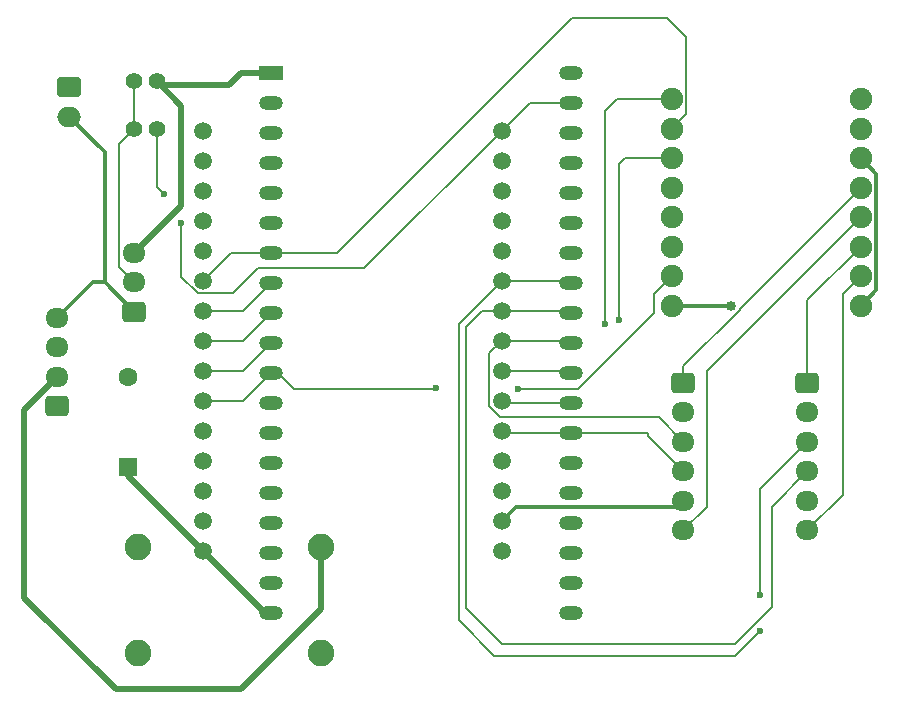
<source format=gbr>
%TF.GenerationSoftware,KiCad,Pcbnew,9.0.6*%
%TF.CreationDate,2026-01-05T22:13:59+01:00*%
%TF.ProjectId,Robofetz Mainboard,526f626f-6665-4747-9a20-4d61696e626f,rev?*%
%TF.SameCoordinates,Original*%
%TF.FileFunction,Copper,L1,Top*%
%TF.FilePolarity,Positive*%
%FSLAX46Y46*%
G04 Gerber Fmt 4.6, Leading zero omitted, Abs format (unit mm)*
G04 Created by KiCad (PCBNEW 9.0.6) date 2026-01-05 22:13:59*
%MOMM*%
%LPD*%
G01*
G04 APERTURE LIST*
G04 Aperture macros list*
%AMRoundRect*
0 Rectangle with rounded corners*
0 $1 Rounding radius*
0 $2 $3 $4 $5 $6 $7 $8 $9 X,Y pos of 4 corners*
0 Add a 4 corners polygon primitive as box body*
4,1,4,$2,$3,$4,$5,$6,$7,$8,$9,$2,$3,0*
0 Add four circle primitives for the rounded corners*
1,1,$1+$1,$2,$3*
1,1,$1+$1,$4,$5*
1,1,$1+$1,$6,$7*
1,1,$1+$1,$8,$9*
0 Add four rect primitives between the rounded corners*
20,1,$1+$1,$2,$3,$4,$5,0*
20,1,$1+$1,$4,$5,$6,$7,0*
20,1,$1+$1,$6,$7,$8,$9,0*
20,1,$1+$1,$8,$9,$2,$3,0*%
G04 Aperture macros list end*
%TA.AperFunction,ComponentPad*%
%ADD10R,2.000000X1.200000*%
%TD*%
%TA.AperFunction,ComponentPad*%
%ADD11O,2.000000X1.200000*%
%TD*%
%TA.AperFunction,ComponentPad*%
%ADD12RoundRect,0.250000X0.725000X-0.600000X0.725000X0.600000X-0.725000X0.600000X-0.725000X-0.600000X0*%
%TD*%
%TA.AperFunction,ComponentPad*%
%ADD13O,1.950000X1.700000*%
%TD*%
%TA.AperFunction,ComponentPad*%
%ADD14RoundRect,0.250000X-0.725000X0.600000X-0.725000X-0.600000X0.725000X-0.600000X0.725000X0.600000X0*%
%TD*%
%TA.AperFunction,ComponentPad*%
%ADD15C,2.250000*%
%TD*%
%TA.AperFunction,ComponentPad*%
%ADD16RoundRect,0.250000X0.550000X-0.550000X0.550000X0.550000X-0.550000X0.550000X-0.550000X-0.550000X0*%
%TD*%
%TA.AperFunction,ComponentPad*%
%ADD17C,1.600000*%
%TD*%
%TA.AperFunction,ComponentPad*%
%ADD18C,1.400000*%
%TD*%
%TA.AperFunction,ComponentPad*%
%ADD19C,1.500000*%
%TD*%
%TA.AperFunction,ComponentPad*%
%ADD20RoundRect,0.250000X-0.750000X0.600000X-0.750000X-0.600000X0.750000X-0.600000X0.750000X0.600000X0*%
%TD*%
%TA.AperFunction,ComponentPad*%
%ADD21O,2.000000X1.700000*%
%TD*%
%TA.AperFunction,ComponentPad*%
%ADD22C,1.905000*%
%TD*%
%TA.AperFunction,ViaPad*%
%ADD23C,0.850000*%
%TD*%
%TA.AperFunction,ViaPad*%
%ADD24C,0.600000*%
%TD*%
%TA.AperFunction,Conductor*%
%ADD25C,0.200000*%
%TD*%
%TA.AperFunction,Conductor*%
%ADD26C,0.300000*%
%TD*%
%TA.AperFunction,Conductor*%
%ADD27C,0.500000*%
%TD*%
G04 APERTURE END LIST*
D10*
%TO.P,U5,1,3V3*%
%TO.N,Supply 3.3V*%
X110103680Y-83282720D03*
D11*
%TO.P,U5,2,CHIP_PU*%
%TO.N,unconnected-(U5-CHIP_PU-Pad2)*%
X110103680Y-85822720D03*
%TO.P,U5,3,SENSOR_VP/GPIO36/ADC1_CH0*%
%TO.N,unconnected-(U5-SENSOR_VP{slash}GPIO36{slash}ADC1_CH0-Pad3)*%
X110103680Y-88362720D03*
%TO.P,U5,4,SENSOR_VN/GPIO39/ADC1_CH3*%
%TO.N,unconnected-(U5-SENSOR_VN{slash}GPIO39{slash}ADC1_CH3-Pad4)*%
X110103680Y-90902720D03*
%TO.P,U5,5,VDET_1/GPIO34/ADC1_CH6*%
%TO.N,unconnected-(U5-VDET_1{slash}GPIO34{slash}ADC1_CH6-Pad5)*%
X110103680Y-93442720D03*
%TO.P,U5,6,VDET_2/GPIO35/ADC1_CH7*%
%TO.N,unconnected-(U5-VDET_2{slash}GPIO35{slash}ADC1_CH7-Pad6)*%
X110103680Y-95982720D03*
%TO.P,U5,7,32K_XP/GPIO32/ADC1_CH4*%
%TO.N,Motor1 CW*%
X110103680Y-98522720D03*
%TO.P,U5,8,32K_XN/GPIO33/ADC1_CH5*%
%TO.N,STBY*%
X110103680Y-101062720D03*
%TO.P,U5,9,DAC_1/ADC2_CH8/GPIO25*%
%TO.N,Motor2 CW*%
X110103680Y-103602720D03*
%TO.P,U5,10,DAC_2/ADC2_CH9/GPIO26*%
%TO.N,Motor2 CCW*%
X110103680Y-106142720D03*
%TO.P,U5,11,ADC2_CH7/GPIO27*%
%TO.N,Motor 2 PWM*%
X110103680Y-108682720D03*
%TO.P,U5,12,MTMS/GPIO14/ADC2_CH6*%
%TO.N,unconnected-(U5-MTMS{slash}GPIO14{slash}ADC2_CH6-Pad12)*%
X110103680Y-111222720D03*
%TO.P,U5,13,MTDI/GPIO12/ADC2_CH5*%
%TO.N,unconnected-(U5-MTDI{slash}GPIO12{slash}ADC2_CH5-Pad13)*%
X110103680Y-113762720D03*
%TO.P,U5,14,GND*%
%TO.N,GND*%
X110103680Y-116302720D03*
%TO.P,U5,15,MTCK/GPIO13/ADC2_CH4*%
%TO.N,unconnected-(U5-MTCK{slash}GPIO13{slash}ADC2_CH4-Pad15)*%
X110103680Y-118842720D03*
%TO.P,U5,16,SD_DATA2/GPIO9*%
%TO.N,unconnected-(U5-SD_DATA2{slash}GPIO9-Pad16)*%
X110103680Y-121382720D03*
%TO.P,U5,17,SD_DATA3/GPIO10*%
%TO.N,unconnected-(U5-SD_DATA3{slash}GPIO10-Pad17)*%
X110103680Y-123922720D03*
%TO.P,U5,18,CMD*%
%TO.N,unconnected-(U5-CMD-Pad18)*%
X110103680Y-126462720D03*
%TO.P,U5,19,5V*%
%TO.N,Supply 5V ESP*%
X110103680Y-129002720D03*
%TO.P,U5,20,SD_CLK/GPIO6*%
%TO.N,unconnected-(U5-SD_CLK{slash}GPIO6-Pad20)*%
X135500000Y-129000000D03*
%TO.P,U5,21,SD_DATA0/GPIO7*%
%TO.N,unconnected-(U5-SD_DATA0{slash}GPIO7-Pad21)*%
X135500000Y-126460000D03*
%TO.P,U5,22,SD_DATA1/GPIO8*%
%TO.N,unconnected-(U5-SD_DATA1{slash}GPIO8-Pad22)*%
X135503680Y-123922720D03*
%TO.P,U5,23,MTDO/GPIO15/ADC2_CH3*%
%TO.N,unconnected-(U5-MTDO{slash}GPIO15{slash}ADC2_CH3-Pad23)*%
X135503680Y-121382720D03*
%TO.P,U5,24,ADC2_CH2/GPIO2*%
%TO.N,unconnected-(U5-ADC2_CH2{slash}GPIO2-Pad24)*%
X135503680Y-118842720D03*
%TO.P,U5,25,GPIO0/BOOT/ADC2_CH1*%
%TO.N,unconnected-(U5-GPIO0{slash}BOOT{slash}ADC2_CH1-Pad25)*%
X135503680Y-116302720D03*
%TO.P,U5,26,ADC2_CH0/GPIO4*%
%TO.N,Encoder R1*%
X135503680Y-113762720D03*
%TO.P,U5,27,GPIO16*%
%TO.N,Motor1 CCW*%
X135503680Y-111222720D03*
%TO.P,U5,28,GPIO17*%
%TO.N,Motor 1 PWM*%
X135503680Y-108682720D03*
%TO.P,U5,29,GPIO5*%
%TO.N,Encoder R2*%
X135503680Y-106142720D03*
%TO.P,U5,30,GPIO18*%
%TO.N,Encoder L1*%
X135503680Y-103602720D03*
%TO.P,U5,31,GPIO19*%
%TO.N,Encoder L2*%
X135503680Y-101062720D03*
%TO.P,U5,32,GND*%
%TO.N,GND*%
X135503680Y-98522720D03*
%TO.P,U5,33,GPIO21*%
%TO.N,unconnected-(U5-GPIO21-Pad33)*%
X135503680Y-95982720D03*
%TO.P,U5,34,U0RXD/GPIO3*%
%TO.N,unconnected-(U5-U0RXD{slash}GPIO3-Pad34)*%
X135503680Y-93442720D03*
%TO.P,U5,35,U0TXD/GPIO1*%
%TO.N,unconnected-(U5-U0TXD{slash}GPIO1-Pad35)*%
X135503680Y-90902720D03*
%TO.P,U5,36,GPIO22*%
%TO.N,unconnected-(U5-GPIO22-Pad36)*%
X135503680Y-88362720D03*
%TO.P,U5,37,GPIO23*%
%TO.N,WPN Control*%
X135503680Y-85822720D03*
%TO.P,U5,38,GND*%
%TO.N,GND*%
X135503680Y-83282720D03*
%TD*%
D12*
%TO.P,J7,1,Pin_1*%
%TO.N,Net-(D1-A)*%
X92000000Y-111500000D03*
D13*
%TO.P,J7,2,Pin_2*%
%TO.N,Supply 5V*%
X92000000Y-109000000D03*
%TO.P,J7,3,Pin_3*%
X92000000Y-106500000D03*
%TO.P,J7,4,Pin_4*%
%TO.N,GND*%
X92000000Y-104000000D03*
%TD*%
D14*
%TO.P,J5,1,Pin_1*%
%TO.N,Motor 2 - 2*%
X155500000Y-109500000D03*
D13*
%TO.P,J5,2,Pin_2*%
%TO.N,Supply 3.3V*%
X155500000Y-112000000D03*
%TO.P,J5,3,Pin_3*%
%TO.N,Encoder L2*%
X155500000Y-114500000D03*
%TO.P,J5,4,Pin_4*%
%TO.N,Encoder L1*%
X155500000Y-117000000D03*
%TO.P,J5,5,Pin_5*%
%TO.N,GND*%
X155500000Y-119500000D03*
%TO.P,J5,6,Pin_6*%
%TO.N,Motor 2 - 1*%
X155500000Y-122000000D03*
%TD*%
D15*
%TO.P,U2,1,IN+*%
%TO.N,Supply 16V*%
X98800000Y-123390000D03*
%TO.P,U2,2,IN-*%
%TO.N,GND*%
X98800000Y-132390000D03*
%TO.P,U2,3,OUT+*%
%TO.N,Supply 5V*%
X114300000Y-123390000D03*
%TO.P,U2,4,OUT-*%
%TO.N,GND*%
X114300000Y-132390000D03*
%TD*%
D16*
%TO.P,D1,1,K*%
%TO.N,Supply 5V ESP*%
X98000000Y-116620000D03*
D17*
%TO.P,D1,2,A*%
%TO.N,Net-(D1-A)*%
X98000000Y-109000000D03*
%TD*%
D18*
%TO.P,R1,1*%
%TO.N,WPN Control*%
X100400000Y-88000000D03*
%TO.P,R1,2*%
%TO.N,Net-(J6-Pin_2)*%
X98500000Y-88000000D03*
%TD*%
D12*
%TO.P,J6,1,Pin_1*%
%TO.N,GND*%
X98500000Y-103500000D03*
D13*
%TO.P,J6,2,Pin_2*%
%TO.N,Net-(J6-Pin_2)*%
X98500000Y-101000000D03*
%TO.P,J6,3,Pin_3*%
%TO.N,Supply 3.3V*%
X98500000Y-98500000D03*
%TD*%
D19*
%TO.P,U4,0,VIN*%
%TO.N,Supply 5V ESP*%
X104353680Y-123752720D03*
%TO.P,U4,1,GND*%
%TO.N,GND*%
X104353680Y-121212720D03*
%TO.P,U4,2,3.3V*%
%TO.N,Supply 3.3V*%
X129603680Y-123752720D03*
%TO.P,U4,3,GND*%
%TO.N,GND*%
X129619614Y-121192322D03*
%TO.P,U4,4,EN*%
%TO.N,unconnected-(U4-EN-Pad4)*%
X104353680Y-88192720D03*
%TO.P,U4,5,GPIO36*%
%TO.N,unconnected-(U4-GPIO36-Pad5)*%
X104353680Y-90732720D03*
%TO.P,U4,8,GPIO39*%
%TO.N,unconnected-(U4-GPIO39-Pad8)*%
X104353680Y-93272720D03*
%TO.P,U4,10,GPIO34*%
%TO.N,unconnected-(U4-GPIO34-Pad10)*%
X104353680Y-95812720D03*
%TO.P,U4,11,GPIO35*%
%TO.N,unconnected-(U4-GPIO35-Pad11)*%
X104353680Y-98352720D03*
%TO.P,U4,12,GPIO32*%
%TO.N,Motor1 CW*%
X104353680Y-100892720D03*
%TO.P,U4,13,GPIO33*%
%TO.N,STBY*%
X104353680Y-103432720D03*
%TO.P,U4,14,GPIO25*%
%TO.N,Motor2 CW*%
X104353680Y-105972720D03*
%TO.P,U4,15,GPIO26*%
%TO.N,Motor2 CCW*%
X104353680Y-108512720D03*
%TO.P,U4,16,GPIO27*%
%TO.N,Motor 2 PWM*%
X104353680Y-111052720D03*
%TO.P,U4,17,GPIO14*%
%TO.N,unconnected-(U4-GPIO14-Pad17)*%
X104353680Y-113592720D03*
%TO.P,U4,18,GPIO12*%
%TO.N,unconnected-(U4-GPIO12-Pad18)*%
X104353680Y-116132720D03*
%TO.P,U4,20,GPIO13*%
%TO.N,unconnected-(U4-GPIO13-Pad20)*%
X104353680Y-118672720D03*
%TO.P,U4,21,GPIO15*%
%TO.N,unconnected-(U4-GPIO15-Pad21)*%
X129619614Y-118652322D03*
%TO.P,U4,22,GPIO2*%
%TO.N,unconnected-(U4-GPIO2-Pad22)*%
X129619614Y-116112322D03*
%TO.P,U4,24,GPIO4*%
%TO.N,Encoder R1*%
X129619614Y-113572322D03*
%TO.P,U4,25,GPIO16*%
%TO.N,Motor1 CCW*%
X129619614Y-111032322D03*
%TO.P,U4,27,GPIO17*%
%TO.N,Motor 1 PWM*%
X129619614Y-108492322D03*
%TO.P,U4,34,GPIO5*%
%TO.N,Encoder R2*%
X129619614Y-105952322D03*
%TO.P,U4,35,GPIO18*%
%TO.N,Encoder L1*%
X129619614Y-103412322D03*
%TO.P,U4,36,GPIO23*%
%TO.N,WPN Control*%
X129619614Y-88172322D03*
%TO.P,U4,38,GPIO19*%
%TO.N,Encoder L2*%
X129619614Y-100872322D03*
%TO.P,U4,39,GPIO22*%
%TO.N,unconnected-(U4-GPIO22-Pad39)*%
X129619614Y-90712322D03*
%TO.P,U4,40,GPIO3*%
%TO.N,unconnected-(U4-GPIO3-Pad40)*%
X129619614Y-95792322D03*
%TO.P,U4,41,GPIO1*%
%TO.N,unconnected-(U4-GPIO1-Pad41)*%
X129619614Y-93252322D03*
%TO.P,U4,42,GPIO21*%
%TO.N,unconnected-(U4-GPIO21-Pad42)*%
X129619614Y-98332322D03*
%TD*%
D18*
%TO.P,R2,1*%
%TO.N,Supply 3.3V*%
X100405000Y-84000000D03*
%TO.P,R2,2*%
%TO.N,Net-(J6-Pin_2)*%
X98505000Y-84000000D03*
%TD*%
D20*
%TO.P,J2,1,Pin_1*%
%TO.N,Supply 16V*%
X93000000Y-84500000D03*
D21*
%TO.P,J2,2,Pin_2*%
%TO.N,GND*%
X93000000Y-87000000D03*
%TD*%
D14*
%TO.P,J4,1,Pin_1*%
%TO.N,Motor 1 - 1*%
X145000000Y-109500000D03*
D13*
%TO.P,J4,2,Pin_2*%
%TO.N,Supply 3.3V*%
X145000000Y-112000000D03*
%TO.P,J4,3,Pin_3*%
%TO.N,Encoder R2*%
X145000000Y-114500000D03*
%TO.P,J4,4,Pin_4*%
%TO.N,Encoder R1*%
X145000000Y-117000000D03*
%TO.P,J4,5,Pin_5*%
%TO.N,GND*%
X145000000Y-119500000D03*
%TO.P,J4,6,Pin_6*%
%TO.N,Motor 1 - 2*%
X145000000Y-122000000D03*
%TD*%
D22*
%TO.P,U3,1,VM*%
%TO.N,Supply 16V*%
X160000000Y-85500000D03*
%TO.P,U3,2,VCC*%
%TO.N,Supply 3.3V*%
X160000000Y-88000000D03*
%TO.P,U3,3,GND*%
%TO.N,GND*%
X160000000Y-90500000D03*
%TO.P,U3,4,A01*%
%TO.N,Motor 1 - 1*%
X160000000Y-93000000D03*
%TO.P,U3,5,A02*%
%TO.N,Motor 1 - 2*%
X160000000Y-95500000D03*
%TO.P,U3,6,B02*%
%TO.N,Motor 2 - 2*%
X160000000Y-98000000D03*
%TO.P,U3,7,B01*%
%TO.N,Motor 2 - 1*%
X160000000Y-100500000D03*
%TO.P,U3,8,GND*%
%TO.N,GND*%
X160000000Y-103000000D03*
%TO.P,U3,9,GND*%
X144000000Y-103000000D03*
%TO.P,U3,10,PWMB*%
%TO.N,Motor 2 PWM*%
X144000000Y-100500000D03*
%TO.P,U3,11,BI2*%
%TO.N,Motor2 CCW*%
X144000000Y-98000000D03*
%TO.P,U3,12,BI1*%
%TO.N,Motor2 CW*%
X144000000Y-95500000D03*
%TO.P,U3,13,STBY*%
%TO.N,STBY*%
X144000000Y-93000000D03*
%TO.P,U3,14,AI1*%
%TO.N,Motor1 CCW*%
X144000000Y-90500000D03*
%TO.P,U3,15,AI2*%
%TO.N,Motor1 CW*%
X144000000Y-88000000D03*
%TO.P,U3,16,PWMA*%
%TO.N,Motor 1 PWM*%
X144000000Y-85500000D03*
%TD*%
D23*
%TO.N,GND*%
X149000000Y-103000000D03*
D24*
%TO.N,Motor 2 PWM*%
X124018678Y-109981322D03*
X131000000Y-110000000D03*
%TO.N,Encoder L2*%
X151500000Y-130500000D03*
X151500000Y-127500000D03*
%TO.N,WPN Control*%
X101000000Y-93500000D03*
X102500000Y-96000000D03*
%TO.N,Motor 1 PWM*%
X138400000Y-104500000D03*
%TO.N,Motor1 CCW*%
X139558820Y-104208280D03*
%TD*%
D25*
%TO.N,Encoder R2*%
X135313282Y-105952322D02*
X135503680Y-106142720D01*
X129619614Y-105952322D02*
X135313282Y-105952322D01*
%TO.N,Motor 1 - 1*%
X145000000Y-108096016D02*
X145000000Y-109500000D01*
X149775000Y-103225000D02*
X149775000Y-103321016D01*
X160000000Y-93000000D02*
X149775000Y-103225000D01*
X149775000Y-103321016D02*
X145000000Y-108096016D01*
D26*
%TO.N,GND*%
X144000000Y-103000000D02*
X149000000Y-103000000D01*
D25*
%TO.N,Motor 2 PWM*%
X136102540Y-110000000D02*
X131000000Y-110000000D01*
X142500000Y-103602540D02*
X136102540Y-110000000D01*
X142500000Y-102000000D02*
X142500000Y-103602540D01*
X144000000Y-100500000D02*
X142500000Y-102000000D01*
D26*
%TO.N,GND*%
X161303500Y-91803500D02*
X161303500Y-101696500D01*
X160000000Y-90500000D02*
X161303500Y-91803500D01*
X161303500Y-101696500D02*
X160000000Y-103000000D01*
D25*
%TO.N,Motor 2 - 2*%
X155500000Y-102500000D02*
X160000000Y-98000000D01*
X155500000Y-109500000D02*
X155500000Y-102500000D01*
%TO.N,Encoder L2*%
X126000000Y-104491936D02*
X129619614Y-100872322D01*
X126000000Y-129600000D02*
X126000000Y-104491936D01*
X129000000Y-132600000D02*
X126000000Y-129600000D01*
X149400000Y-132600000D02*
X129000000Y-132600000D01*
X151500000Y-130500000D02*
X149400000Y-132600000D01*
X151500000Y-118500000D02*
X151500000Y-127500000D01*
X155500000Y-114500000D02*
X151500000Y-118500000D01*
%TO.N,Motor 2 - 1*%
X158500000Y-119000000D02*
X158500000Y-102000000D01*
X155500000Y-122000000D02*
X158500000Y-119000000D01*
X158500000Y-102000000D02*
X160000000Y-100500000D01*
%TO.N,Encoder L1*%
X127987678Y-103412322D02*
X129619614Y-103412322D01*
X129600000Y-131600000D02*
X126600000Y-128600000D01*
X126600000Y-128600000D02*
X126600000Y-104800000D01*
X152500000Y-128500000D02*
X149400000Y-131600000D01*
X149400000Y-131600000D02*
X129600000Y-131600000D01*
X155500000Y-117000000D02*
X152500000Y-120000000D01*
X152500000Y-120000000D02*
X152500000Y-128500000D01*
X126600000Y-104800000D02*
X127987678Y-103412322D01*
%TO.N,Motor 1 - 2*%
X147000000Y-108500000D02*
X160000000Y-95500000D01*
X147000000Y-120000000D02*
X147000000Y-108500000D01*
X145000000Y-122000000D02*
X147000000Y-120000000D01*
D26*
%TO.N,GND*%
X130811936Y-120000000D02*
X129619614Y-121192322D01*
X144500000Y-120000000D02*
X130811936Y-120000000D01*
X145000000Y-119500000D02*
X144500000Y-120000000D01*
D25*
%TO.N,Encoder R1*%
X141987280Y-113987280D02*
X145000000Y-117000000D01*
X141987280Y-113762720D02*
X141987280Y-113987280D01*
%TO.N,Encoder R2*%
X128568614Y-111467661D02*
X129500953Y-112400000D01*
X142900000Y-112400000D02*
X145000000Y-114500000D01*
X128568614Y-107003322D02*
X128568614Y-111467661D01*
X129619614Y-105952322D02*
X128568614Y-107003322D01*
X129500953Y-112400000D02*
X142900000Y-112400000D01*
%TO.N,Motor1 CW*%
X115677280Y-98522720D02*
X110103680Y-98522720D01*
X145253500Y-80253500D02*
X143600000Y-78600000D01*
X143600000Y-78600000D02*
X135600000Y-78600000D01*
X145253500Y-86746500D02*
X145253500Y-80253500D01*
X144000000Y-88000000D02*
X145253500Y-86746500D01*
X135600000Y-78600000D02*
X115677280Y-98522720D01*
%TO.N,Motor 1 PWM*%
X139400000Y-85500000D02*
X138400000Y-86500000D01*
X144000000Y-85500000D02*
X139400000Y-85500000D01*
%TO.N,Motor1 CCW*%
X140058820Y-90500000D02*
X139558820Y-91000000D01*
X144000000Y-90500000D02*
X140058820Y-90500000D01*
X139558820Y-91000000D02*
X139558820Y-104208280D01*
%TO.N,Motor 1 PWM*%
X138400000Y-86500000D02*
X138400000Y-104500000D01*
%TO.N,Supply 5V ESP*%
X109603680Y-129002720D02*
X110103680Y-129002720D01*
X98000000Y-116620000D02*
X98000000Y-117399040D01*
D27*
X104353680Y-123752720D02*
X109603680Y-129002720D01*
X98000000Y-117399040D02*
X104353680Y-123752720D01*
D25*
%TO.N,Supply 16V*%
X98500000Y-123090000D02*
X98800000Y-123390000D01*
%TO.N,Net-(J6-Pin_2)*%
X98505000Y-87995000D02*
X98500000Y-88000000D01*
X98500000Y-88000000D02*
X97224000Y-89276000D01*
X98505000Y-84000000D02*
X98505000Y-87995000D01*
X97224000Y-99724000D02*
X98500000Y-101000000D01*
X97224000Y-89276000D02*
X97224000Y-99724000D01*
%TO.N,Encoder R1*%
X135503680Y-113762720D02*
X129810012Y-113762720D01*
X129810012Y-113762720D02*
X129619614Y-113572322D01*
D27*
%TO.N,Supply 3.3V*%
X106550429Y-84297500D02*
X107565209Y-83282720D01*
X100405000Y-84000000D02*
X100702500Y-84297500D01*
X102500000Y-94500000D02*
X102500000Y-86095000D01*
X110103680Y-83282720D02*
X107565209Y-83282720D01*
X100702500Y-84297500D02*
X106550429Y-84297500D01*
X102500000Y-86095000D02*
X100405000Y-84000000D01*
X98500000Y-98500000D02*
X102500000Y-94500000D01*
D26*
%TO.N,GND*%
X96000000Y-90000000D02*
X96000000Y-101000000D01*
X96000000Y-101000000D02*
X98500000Y-103500000D01*
X95000000Y-101000000D02*
X96000000Y-101000000D01*
X93000000Y-87000000D02*
X96000000Y-90000000D01*
X92000000Y-104000000D02*
X95000000Y-101000000D01*
D25*
%TO.N,Encoder L2*%
X135313282Y-100872322D02*
X135503680Y-101062720D01*
X129619614Y-100872322D02*
X135313282Y-100872322D01*
%TO.N,Encoder L1*%
X135313282Y-103412322D02*
X135503680Y-103602720D01*
X129619614Y-103412322D02*
X135313282Y-103412322D01*
%TO.N,WPN Control*%
X106856280Y-101943720D02*
X109000000Y-99800000D01*
X100400000Y-88000000D02*
X100400000Y-92900000D01*
X102500000Y-96000000D02*
X102500000Y-100525379D01*
X131969216Y-85822720D02*
X129619614Y-88172322D01*
X103918341Y-101943720D02*
X106856280Y-101943720D01*
X135503680Y-85822720D02*
X131969216Y-85822720D01*
X109000000Y-99800000D02*
X117991936Y-99800000D01*
X100400000Y-92900000D02*
X101000000Y-93500000D01*
X117991936Y-99800000D02*
X129619614Y-88172322D01*
X102500000Y-100525379D02*
X103918341Y-101943720D01*
%TO.N,Motor 1 PWM*%
X135313282Y-108492322D02*
X135503680Y-108682720D01*
X129619614Y-108492322D02*
X135313282Y-108492322D01*
%TO.N,Motor1 CW*%
X106723680Y-98522720D02*
X110103680Y-98522720D01*
X104353680Y-100892720D02*
X106723680Y-98522720D01*
%TO.N,Motor2 CW*%
X107733680Y-105972720D02*
X104353680Y-105972720D01*
X110103680Y-103602720D02*
X107733680Y-105972720D01*
%TO.N,STBY*%
X107733680Y-103432720D02*
X110103680Y-101062720D01*
X104353680Y-103432720D02*
X107733680Y-103432720D01*
%TO.N,Motor 2 PWM*%
X104353680Y-111052720D02*
X107733680Y-111052720D01*
X107733680Y-111052720D02*
X110103680Y-108682720D01*
%TO.N,Motor1 CCW*%
X135503680Y-111222720D02*
X129810012Y-111222720D01*
X129810012Y-111222720D02*
X129619614Y-111032322D01*
D27*
%TO.N,Supply 5V*%
X107551000Y-135449000D02*
X114300000Y-128700000D01*
X89200000Y-127700000D02*
X96949000Y-135449000D01*
X114300000Y-128700000D02*
X114300000Y-123390000D01*
X96949000Y-135449000D02*
X107551000Y-135449000D01*
X92000000Y-109000000D02*
X89200000Y-111800000D01*
X89200000Y-111800000D02*
X89200000Y-127700000D01*
D25*
%TO.N,Motor2 CCW*%
X107733680Y-108512720D02*
X110103680Y-106142720D01*
X104353680Y-108512720D02*
X107733680Y-108512720D01*
%TO.N,Encoder R1*%
X135503680Y-113762720D02*
X141987280Y-113762720D01*
%TO.N,Motor 2 PWM*%
X112000000Y-110000000D02*
X110682720Y-108682720D01*
X110682720Y-108682720D02*
X110103680Y-108682720D01*
X112000000Y-110000000D02*
X124000000Y-110000000D01*
X124000000Y-110000000D02*
X124018678Y-109981322D01*
%TD*%
M02*

</source>
